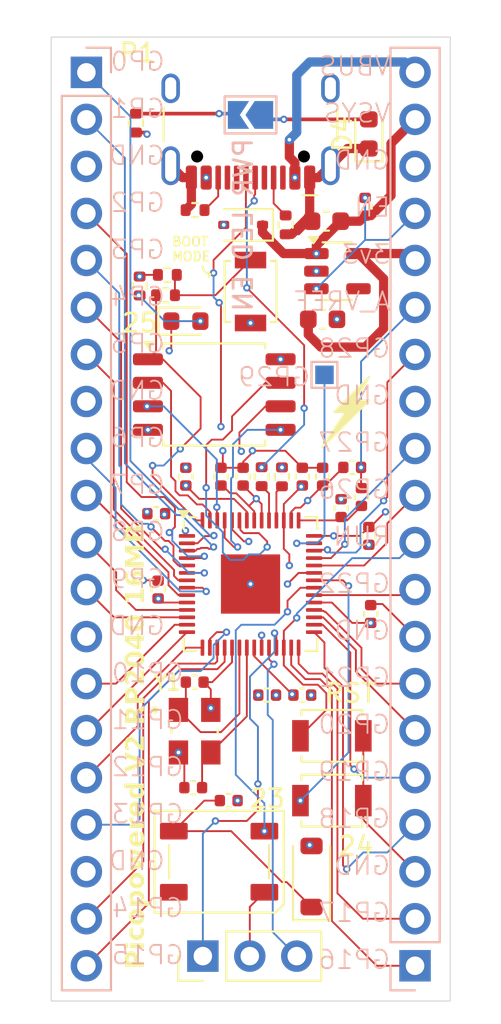
<source format=kicad_pcb>
(kicad_pcb (version 20241229) (generator "pcbnew") (generator_version "9.0")
  (layers (0 "F.Cu" signal) (4 "In1.Cu" signal) (6 "In2.Cu" signal) (2 "B.Cu" signal) (13 "F.Paste" user) (15 "B.Paste" user) (5 "F.SilkS" user "F.Silkscreen") (7 "B.SilkS" user "B.Silkscreen") (1 "F.Mask" user) (3 "B.Mask" user) (25 "Edge.Cuts" user))
  (net 0 "")
  (net 1 "Net-(U1-XIN)")
  (net 2 "GND")
  (net 3 "Net-(U1-XOUT)")
  (net 4 "+1V1")
  (net 5 "+3V3")
  (net 6 "Net-(D1-VDD)")
  (net 7 "VSYS")
  (net 8 "ADC_AVDD")
  (net 9 "GPIO23")
  (net 11 "Net-(D3-A)")
  (net 12 "GPIO25")
  (net 13 "Net-(D4-A)")
  (net 14 "VBUS")
  (net 15 "Net-(J1-Pin_3)")
  (net 16 "Net-(J1-Pin_1)")
  (net 17 "GPIO12")
  (net 18 "GPIO13")
  (net 19 "GPIO11")
  (net 20 "GPIO2")
  (net 21 "GPIO10")
  (net 22 "GPIO1")
  (net 23 "GPIO5")
  (net 24 "GPIO0")
  (net 25 "GPIO14")
  (net 26 "GPIO6")
  (net 27 "GPIO4")
  (net 28 "GPIO9")
  (net 29 "GPIO15")
  (net 30 "GPIO7")
  (net 31 "GPIO8")
  (net 32 "GPIO3")
  (net 33 "GPIO16")
  (net 34 "GPIO18")
  (net 35 "GPIO19")
  (net 36 "ADC_VREF")
  (net 37 "GPIO21")
  (net 38 "GPIO27")
  (net 39 "GPIO26")
  (net 40 "GPIO17")
  (net 41 "GPIO28")
  (net 42 "GPIO22")
  (net 43 "GPIO20")
  (net 44 "RUN")
  (net 45 "Net-(JP1-B)")
  (net 46 "Net-(P1-CC)")
  (net 47 "USB_D-")
  (net 48 "USB_D+")
  (net 49 "Net-(P1-VCONN)")
  (net 50 "Net-(U1-USB_DP)")
  (net 51 "Net-(U1-USB_DM)")
  (net 52 "QSPI_SS")
  (net 53 "Net-(R3-Pad1)")
  (net 54 "GPIO24")
  (net 55 "GPIO29")
  (net 56 "QSPI_SCLK")
  (net 57 "QSPI_SD2")
  (net 58 "QSPI_SD1")
  (net 59 "QSPI_SD3")
  (net 60 "QSPI_SD0")
  (net 61 "3v3_EN")
  (footprint "Package_SO:SOIC-8_5.3x5.3mm_P1.27mm" (layer "F.Cu") (at 78.0375 52.965)
    (property "Reference" "U2" (hide yes))
    (property "Value" "W25Q128JVS" (hide yes))
  )
  (footprint "Button_Switch_SMD:SW_SPST_B3U-1000P" (layer "F.Cu") (at 84.4 74.9)
    (property "Reference" "24")
    (property "Value" "USER_BUTTON" (hide yes))
  )
  (footprint "Resistor_SMD:R_0402_1005Metric" (layer "F.Cu") (at 75.5 46.5 180)
    (property "Reference" "R4" (hide yes))
    (property "Value" "10k" (hide yes))
  )
  (footprint "LED_SMD:LED_0603_1608Metric" (layer "F.Cu") (at 86.4 38.8875 90)
    (property "Reference" "D4")
    (property "Value" "LED")
  )
  (footprint "Package_DFN_QFN:QFN-56-1EP_7x7mm_P0.4mm_EP3.2x3.2mm" (layer "F.Cu") (at 80 63.2)
    (property "Reference" "Picopowered V2 RP2040 16MB" (hide yes))
    (property "Value" "RP2040" (hide yes))
  )
  (footprint "Button_Switch_SMD:SW_SPST_B3U-1000P" (layer "F.Cu") (at 80 47.4 90)
    (property "Reference" "BOOT" (hide yes))
    (property "Value" "BOOT_SELECT" (hide yes))
  )
  (footprint "Diode_SMD:D_SOD-323" (layer "F.Cu") (at 79.6 43.8 180)
    (property "Reference" "D5" (hide yes))
    (property "Value" "BAT60A")
  )
  (footprint "Package_TO_SOT_SMD:SOT-23-5" (layer "F.Cu") (at 84.7 46.3)
    (property "Reference" "U4" (hide yes))
    (property "Value" "AP2112K-3.3" (hide yes))
  )
  (footprint "Capacitor_SMD:C_0402_1005Metric" (layer "F.Cu") (at 86 58.5 -90)
    (property "Reference" "R9" (hide yes))
    (property "Value" "10")
  )
  (footprint "Capacitor_SMD:C_0603_1608Metric" (layer "F.Cu") (at 83.9 48.9 180)
    (property "Reference" "C15" (hide yes))
    (property "Value" "22u" (hide yes))
  )
  (footprint "Capacitor_SMD:C_0402_1005Metric" (layer "F.Cu") (at 75 63.5 90)
    (property "Reference" "C9" (hide yes))
    (property "Value" "100n")
  )
  (footprint "Capacitor_SMD:C_0402_1005Metric" (layer "F.Cu") (at 82.8 57.4 90)
    (property "Reference" "C3" (hide yes))
    (property "Value" "100n" (hide yes))
  )
  (footprint "Resistor_SMD:R_0402_1005Metric" (layer "F.Cu") (at 73.8 38.3 -90)
    (property "Reference" "R8" (hide yes))
    (property "Value" "330" (hide yes))
  )
  (footprint "Capacitor_SMD:C_0402_1005Metric" (layer "F.Cu") (at 76.98 68.5 180)
    (property "Reference" "C1" (hide yes))
    (property "Value" "15p" (hide yes))
  )
  (footprint "Capacitor_SMD:C_0402_1005Metric" (layer "F.Cu") (at 76.9 74.2)
    (property "Reference" "C2" (hide yes))
    (property "Value" "15p" (hide yes))
  )
  (footprint "Connector_USB:USB_C_Receptacle_HCTL_HC-TYPE-C-16P-01A" (layer "F.Cu") (at 80 37.5 180)
    (property "Reference" "P1")
    (property "Value" "USB_C_Plug_USB2.0")
  )
  (footprint "LED_SMD:LED_0603_1608Metric" (layer "F.Cu") (at 76.5 49)
    (property "Reference" "25")
    (property "Value" "LED")
  )
  (footprint "Resistor_SMD:R_0402_1005Metric" (layer "F.Cu") (at 74 47.1 90)
    (property "Reference" "R7" (hide yes))
    (property "Value" "330")
  )
  (footprint "Capacitor_SMD:C_0402_1005Metric" (layer "F.Cu") (at 86.4 60.6 -90)
    (property "Reference" "C10" (hide yes))
    (property "Value" "100n")
  )
  (footprint "Capacitor_SMD:C_0402_1005Metric" (layer "F.Cu") (at 85.5 56.9)
    (property "Reference" "R10" (hide yes))
    (property "Value" "200")
  )
  (footprint "Capacitor_SMD:C_0402_1005Metric" (layer "F.Cu") (at 84.9 59.1 90)
    (property "Reference" "C16" (hide yes))
    (property "Value" "2.2u")
  )
  (footprint "Resistor_SMD:R_0402_1005Metric" (layer "F.Cu") (at 81.7 57.41 -90)
    (property "Reference" "R2" (hide yes))
    (property "Value" "27" (hide yes))
  )
  (footprint "Capacitor_SMD:C_0402_1005Metric" (layer "F.Cu") (at 78.4 57.4 90)
    (property "Reference" "C6" (hide yes))
    (property "Value" "100n" (hide yes))
  )
  (footprint "kicad-lib:XTAL_ABM8-272-T3" (layer "F.Cu") (at 76.975 71.15)
    (property "Reference" "Y1")
    (property "Value" "ABM8-272-T3" (hide yes))
  )
  (footprint "Capacitor_SMD:C_0402_1005Metric" (layer "F.Cu") (at 78.82 74.9)
    (property "Reference" "C13" (hide yes))
    (property "Value" "100n")
  )
  (footprint "Capacitor_SMD:C_0402_1005Metric" (layer "F.Cu") (at 76.5 57.4 90)
    (property "Reference" "C12" (hide yes))
    (property "Value" "2.2u")
  )
  (footprint "Capacitor_SMD:C_0402_1005Metric" (layer "F.Cu") (at 74.9 59.4 180)
    (property "Reference" "C7" (hide yes))
    (property "Value" "100n" (hide yes))
  )
  (footprint "Resistor_SMD:R_0402_1005Metric" (layer "F.Cu") (at 75.4 47.6 180)
    (property "Reference" "R3" (hide yes))
    (property "Value" "1k")
  )
  (footprint "Button_Switch_SMD:SW_SPST_B3U-1000P" (layer "F.Cu") (at 84.4 71.4)
    (property "Reference" "RST")
    (property "Value" "Keyswitch" (hide yes))
  )
  (footprint "Capacitor_SMD:C_0603_1608Metric" (layer "F.Cu") (at 84.1 43.6)
    (property "Reference" "C14" (hide yes))
    (property "Value" "10u" (hide yes))
  )
  (footprint "Diode_SMD:D_SOD-123" (layer "F.Cu") (at 83.3 79 90)
    (property "Reference" "D2" (hide yes))
    (property "Value" "1N4148" (hide yes))
  )
  (footprint "Capacitor_SMD:C_0402_1005Metric" (layer "F.Cu") (at 79.6 57.4 90)
    (property "Reference" "C5" (hide yes))
    (property "Value" "100n" (hide yes))
  )
  (footprint "Capacitor_SMD:C_0402_1005Metric" (layer "F.Cu") (at 82.8 69.2)
    (property "Reference" "C8" (hide yes))
    (property "Value" "100n")
  )
  (footprint "Resistor_SMD:R_0402_1005Metric" (layer "F.Cu") (at 77 43 180)
    (property "Reference" "R6" (hide yes))
    (property "Value" "5.1k")
  )
  (footprint "Capacitor_SMD:C_0402_1005Metric" (layer "F.Cu") (at 86.5 64.82 90)
    (property "Reference" "C10" (hide yes))
    (property "Value" "100n")
  )
  (footprint "Resistor_SMD:R_0402_1005Metric" (layer "F.Cu") (at 81.9 43.8 -90)
    (property "Reference" "R5" (hide yes))
    (property "Value" "5.1k")
  )
  (footprint "Resistor_SMD:R_0402_1005Metric" (layer "F.Cu") (at 80.6 57.4 -90)
    (property "Reference" "R1" (hide yes))
    (property "Value" "27" (hide yes))
  )
  (footprint "Connector_PinHeader_2.54mm:PinHeader_1x03_P2.54mm_Vertical" (layer "F.Cu") (at 77.42 83.3 90)
    (property "Reference" "J1" (hide yes))
    (property "Value" "Conn_01x03" (hide yes))
  )
  (footprint "LED_SMD:LED_WS2812B_PLCC4_5.0x5.0mm_P3.2mm" (layer "F.Cu") (at 78.3 78.2)
    (property "Reference" "D1" (hide yes))
    (property "Value" "WS2812B" (hide yes))
  )
  (footprint "Capacitor_SMD:C_0402_1005Metric" (layer "F.Cu") (at 80.9 69.2)
    (property "Reference" "C4" (hide yes))
    (property "Value" "100n" (hide yes))
  )
  (footprint "Capacitor_SMD:C_0402_1005Metric" (layer "F.Cu") (at 86.2 42.82 -90)
    (property "Reference" "R11" (hide yes))
    (property "Value" "100K" (hide yes))
  )
  (footprint "Capacitor_SMD:C_0402_1005Metric" (layer "F.Cu") (at 83.9 57.4 90)
    (property "Reference" "C11" (hide yes))
    (property "Value" "2.2u")
  )
  (footprint "Connector_PinHeader_2.54mm:PinHeader_1x20_P2.54mm_Vertical" (layer "B.Cu") (at 71.12 35.56 180)
    (property "Reference" "J2" (hide yes))
    (property "Value" "Conn_01x20")
  )
  (footprint "Jumper:SolderJumper-2_P1.3mm_Open_TrianglePad1.0x1.5mm" (layer "B.Cu") (at 80 37.86 180)
    (property "Reference" "PWR LED EN")
    (property "Value" "SolderJumper_2_Open")
  )
  (footprint "Connector_PinHeader_2.54mm:PinHeader_1x20_P2.54mm_Vertical" (layer "B.Cu") (at 88.9 83.82)
    (property "Reference" "J3" (hide yes))
    (property "Value" "Conn_01x20")
  )
  (footprint "TestPoint:TestPoint_Pad_1.0x1.0mm" (layer "B.Cu") (at 84 51.9 180)
    (property "Reference" "TP1" (hide yes))
    (property "Value" "GP29")
  )
  (gr_line (start 77.84059 46.467591) (end 77.71359 46.340591) (stroke (width 0.1)) (layer "F.SilkS"))
  (gr_poly (pts (xy 84.5155 53.9145) (xy 85.1505 53.9145) (xy 83.8805 55.8195) (xy 86.4205 53.2795) (xy 85.6585 53.2795) (xy 86.4205 52.0095)) (stroke (width 0.1)) (fill yes) (layer "F.SilkS"))
  (gr_arc (start 77.745321 46.467591) (mid 77.5 46.3) (end 77.405464 46.01834) (stroke (width 0.1)) (layer "F.SilkS"))
  (gr_line (start 77.745321 46.594591) (end 77.84059 46.467591) (stroke (width 0.1)) (layer "F.SilkS"))
  (gr_rect (start 69.215 33.655) (end 90.805 85.725) (stroke (width 0.05)) (fill no) (layer "Edge.Cuts"))
  (gr_text "23\n" (at 80.9 74.8 0) (layer "F.SilkS") (effects (font (size 1 1))))
  (gr_text "BOOT\nMODE" (at 75.7 45.8 0) (layer "F.SilkS") (effects (font (size 0.5 0.5) (thickness 0.1)) (justify left bottom)))
  (gr_text "Picopowered V2 RP2040 16MB\n" (at 74.4 84 90) (layer "F.SilkS") (effects (font (size 1 1) (thickness 0.25) (bold yes)) (justify left bottom)))
  (gr_text "GP9" (at 75.438 63.5 0) (layer "B.SilkS") (effects (font (size 1 1) (thickness 0.1)) (justify left bottom mirror)))
  (gr_text "GP27" (at 87.63 56.134 0) (layer "B.SilkS") (effects (font (size 1 1) (thickness 0.1)) (justify left bottom mirror)))
  (gr_text "A_VREF" (at 87.63 48.514 0) (layer "B.SilkS") (effects (font (size 1 1) (thickness 0.1)) (justify left bottom mirror)))
  (gr_text "GP2" (at 75.438 43.18 0) (layer "B.SilkS") (effects (font (size 1 1) (thickness 0.1)) (justify left bottom mirror)))
  (gr_text "GND" (at 75.438 53.34 0) (layer "B.SilkS") (effects (font (size 1 1) (thickness 0.1)) (justify left bottom mirror)))
  (gr_text "GND" (at 87.63 53.594 0) (layer "B.SilkS") (effects (font (size 1 1) (thickness 0.1)) (justify left bottom mirror)))
  (gr_text "GP12" (at 76.454 73.66 0) (layer "B.SilkS") (effects (font (size 1 1) (thickness 0.1)) (justify left bottom mirror)))
  (gr_text "GP28" (at 87.63 51.054 0) (layer "B.SilkS") (effects (font (size 1 1) (thickness 0.1)) (justify left bottom mirror)))
  (gr_text "VSYS" (at 87.63 38.354 0) (layer "B.SilkS") (effects (font (size 1 1) (thickness 0.1)) (justify left bottom mirror)))
  (gr_text "GP5" (at 75.438 50.8 0) (layer "B.SilkS") (effects (font (size 1 1) (thickness 0.1)) (justify left bottom mirror)))
  (gr_text "EN" (at 87.63 43.434 0) (layer "B.SilkS") (effects (font (size 1 1) (thickness 0.1)) (justify left bottom mirror)))
  (gr_text "GP29" (at 83.3 52.6 0) (layer "B.SilkS") (effects (font (size 1 1) (thickness 0.1)) (justify left bottom mirror)))
  (gr_text "GP15" (at 76.454 83.82 0) (layer "B.SilkS") (effects (font (size 1 1) (thickness 0.1)) (justify left bottom mirror)))
  (gr_text "GP16" (at 87.63 84.074 0) (layer "B.SilkS") (effects (font (size 1 1) (thickness 0.1)) (justify left bottom mirror)))
  (gr_text "GP8" (at 75.438 60.96 0) (layer "B.SilkS") (effects (font (size 1 1) (thickness 0.1)) (justify left bottom mirror)))
  (gr_text "3v3" (at 87.63 45.974 0) (layer "B.SilkS") (effects (font (size 1 1) (thickness 0.1)) (justify left bottom mirror)))
  (gr_text "GP6" (at 75.438 55.88 0) (layer "B.SilkS") (effects (font (size 1 1) (thickness 0.1)) (justify left bottom mirror)))
  (gr_text "GP1" (at 75.438 38.1 0) (layer "B.SilkS") (effects (font (size 1 1) (thickness 0.1)) (justify left bottom mirror)))
  (gr_text "GP21" (at 87.63 68.834 0) (layer "B.SilkS") (effects (font (size 1 1) (thickness 0.1)) (justify left bottom mirror)))
  (gr_text "GP0" (at 75.438 35.56 0) (layer "B.SilkS") (effects (font (size 1 1) (thickness 0.1)) (justify left bottom mirror)))
  (gr_text "GND" (at 75.438 66.04 0) (layer "B.SilkS") (effects (font (size 1 1) (thickness 0.1)) (justify left bottom mirror)))
  (gr_text "GP14" (at 76.454 81.28 0) (layer "B.SilkS") (effects (font (size 1 1) (thickness 0.1)) (justify left bottom mirror)))
  (gr_text "GP26" (at 87.63 58.674 0) (layer "B.SilkS") (effects (font (size 1 1) (thickness 0.1)) (justify left bottom mirror)))
  (gr_text "GP19" (at 87.63 73.914 0) (layer "B.SilkS") (effects (font (size 1 1) (thickness 0.1)) (justify left bottom mirror)))
  (gr_text "GND" (at 75.438 78.74 0) (layer "B.SilkS") (effects (font (size 1 1) (thickness 0.1)) (justify left bottom mirror)))
  (gr_text "RUN" (at 87.63 61.214 0) (layer "B.SilkS") (effects (font (size 1 1) (thickness 0.1)) (justify left bottom mirror)))
  (gr_text "VBUS" (at 87.63 35.814 0) (layer "B.SilkS") (effects (font (size 1 1) (thickness 0.1)) (justify left bottom mirror)))
  (gr_text "GP3" (at 75.438 45.72 0) (layer "B.SilkS") (effects (font (size 1 1) (thickness 0.1)) (justify left bottom mirror)))
  (gr_text "GND" (at 75.438 40.64 0) (layer "B.SilkS") (effects (font (size 1 1) (thickness 0.1)) (justify left bottom mirror)))
  (gr_text "GP20" (at 87.63 71.374 0) (layer "B.SilkS") (effects (font (size 1 1) (thickness 0.1)) (justify left bottom mirror)))
  (gr_text "GP22" (at 87.63 63.754 0) (layer "B.SilkS") (effects (font (size 1 1) (thickness 0.1)) (justify left bottom mirror)))
  (gr_text "GP17" (at 87.63 81.534 0) (layer "B.SilkS") (effects (font (size 1 1) (thickness 0.1)) (justify left bottom mirror)))
  (gr_text "GP10" (at 76.454 68.58 0) (layer "B.SilkS") (effects (font (size 1 1) (thickness 0.1)) (justify left bottom mirror)))
  (gr_text "GND" (at 87.63 78.994 0) (layer "B.SilkS") (effects (font (size 1 1) (thickness 0.1)) (justify left bottom mirror)))
  (gr_text "GP7" (at 75.438 58.42 0) (layer "B.SilkS") (effects (font (size 1 1) (thickness 0.1)) (justify left bottom mirror)))
  (gr_text "GND" (at 87.63 40.894 0) (layer "B.SilkS") (effects (font (size 1 1) (thickness 0.1)) (justify left bottom mirror)))
  (gr_text "GP13\n" (at 76.454 76.2 0) (layer "B.SilkS") (effects (font (size 1 1) (thickness 0.1)) (justify left bottom mirror)))
  (gr_text "GND" (at 87.63 66.294 0) (layer "B.SilkS") (effects (font (size 1 1) (thickness 0.1)) (justify left bottom mirror)))
  (gr_text "GP4" (at 75.438 48.26 0) (layer "B.SilkS") (effects (font (size 1 1) (thickness 0.1)) (justify left bottom mirror)))
  (gr_text "GP11" (at 76.454 71.12 0) (layer "B.SilkS") (effects (font (size 1 1) (thickness 0.1)) (justify left bottom mirror)))
  (gr_text "GP18\n" (at 87.63 76.454 0) (layer "B.SilkS") (effects (font (size 1 1) (thickness 0.1)) (justify left bottom mirror)))
  (segment (start 76.5 68.5) (end 76.5 69.6) (width 0.1) (layer "F.Cu") (net 1))
  (segment (start 77.3 71.2) (end 76.1 70) (width 0.1) (layer "F.Cu") (net 1))
  (segment (start 79.4 66.6375) (end 79.4 70.2) (width 0.1) (layer "F.Cu") (net 1))
  (segment (start 76.5 69.6) (end 76.1 70) (width 0.1) (layer "F.Cu") (net 1))
  (segment (start 79.4 70.2) (end 78.4 71.2) (width 0.1) (layer "F.Cu") (net 1))
  (segment (start 78.4 71.2) (end 77.3 71.2) (width 0.1) (layer "F.Cu") (net 1))
  (segment (start 78.4 56.92) (end 79.6 56.92) (width 0.1) (layer "F.Cu") (net 2))
  (segment (start 78.5 56) (end 78.5 56.82) (width 0.1) (layer "F.Cu") (net 2))
  (segment (start 77.925678 68.5) (end 77.46 68.5) (width 0.1) (layer "F.Cu") (net 2))
  (segment (start 77.85 69.9) (end 77.85 68.89) (width 0.1) (layer "F.Cu") (net 2))
  (segment (start 76.42 74.2) (end 76.42 72.62) (width 0.1) (layer "F.Cu") (net 2))
  (segment (start 76.32 41.245) (end 75.68 40.605) (width 0.5) (layer "F.Cu") (net 2))
  (segment (start 79.6 56.6) (end 79.6 56.92) (width 0.1) (layer "F.Cu") (net 2))
  (segment (start 83.2 41.245) (end 83.68 41.245) (width 0.5) (layer "F.Cu") (net 2))
  (segment (start 86.4 39.675) (end 85.25 39.675) (width 0.5) (layer "F.Cu") (net 2))
  (segment (start 80.75 79.85) (end 79.96 80.64) (width 0.1) (layer "F.Cu") (net 2))
  (segment (start 76.8 42.69) (end 76.49 43) (width 0.5) (layer "F.Cu") (net 2))
  (segment (start 83.2 43.329999) (end 82.219999 44.31) (width 0.5) (layer "F.Cu") (net 2))
  (segment (start 86.1 75.94) (end 88.9 78.74) (width 0.1) (layer "F.Cu") (net 2))
  (segment (start 86.1 71.4) (end 86.1 74.9) (width 0.1) (layer "F.Cu") (net 2))
  (segment (start 87.14 64.28) (end 88.9 66.04) (width 0.1) (layer "F.Cu") (net 2))
  (segment (start 86.6 64.28) (end 87.14 64.28) (width 0.1) (layer "F.Cu") (net 2))
  (segment (start 82.615 44.31) (end 83.325 43.6) (width 0.1) (layer "F.Cu") (net 2))
  (segment (start 74.98 63) (end 75 63.02) (width 0.1) (layer "F.Cu") (net 2))
  (segment (start 83.68 41.245) (end 84.32 40.605) (width 0.5) (layer "F.Cu") (net 2))
  (segment (start 83.2 42.9) (end 83.2 43.475) (width 0.5) (layer "F.Cu") (net 2))
  (segment (start 81.9 44.31) (end 82.615 44.31) (width 0.1) (layer "F.Cu") (net 2))
  (segment (start 80.1 56) (end 80.1 56.1) (width 0.1) (layer "F.Cu") (net 2))
  (segment (start 78.5 56.82) (end 78.4 56.92) (width 0.1) (layer "F.Cu") (net 2))
  (segment (start 82.8 56.92) (end 81.88 56) (width 0.1) (layer "F.Cu") (net 2))
  (segment (start 79 67.425678) (end 77.925678 68.5) (width 0.1) (layer "F.Cu") (net 2))
  (segment (start 79 66.6375) (end 79 67.425678) (width 0.1) (layer "F.Cu") (net 2))
  (segment (start 76.8 41.245) (end 76.8 42.69) (width 0.5) (layer "F.Cu") (net 2))
  (segment (start 79.96 80.64) (end 79.96 83.3) (width 0.1) (layer "F.Cu") (net 2))
  (segment (start 85.25 39.675) (end 84.32 40.605) (width 0.5) (layer "F.Cu") (net 2))
  (segment (start 81.88 56) (end 80.1 56) (width 0.1) (layer "F.Cu") (net 2))
  (segment (start 76.8 41.245) (end 76.32 41.245) (width 0.5) (layer "F.Cu") (net 2))
  (segment (start 74.2 63) (end 74.98 63) (width 0.1) (layer "F.Cu") (net 2))
  (segment (start 76.42 72.62) (end 76.1 72.3) (width 0.1) (layer "F.Cu") (net 2))
  (segment (start 77.85 70) (end 77.85 69.9) (width 0.1) (layer "F.Cu") (net 2))
  (segment (start 82.8 56.92) (end 83.9 56.92) (width 0.1) (layer "F.Cu") (net 2))
  (segment (start 83.2 42.9) (end 83.2 43.329999) (width 0.5) (layer "F.Cu") (net 2))
  (segment (start 80.1 56.1) (end 79.6 56.6) (width 0.1) (layer "F.Cu") (net 2))
  (segment (start 82.219999 44.31) (end 81.9 44.31) (width 0.5) (layer "F.Cu") (net 2))
  (segment (start 77.85 68.89) (end 77.46 68.5) (width 0.1) (layer "F.Cu") (net 2))
  (segment (start 83.2 43.475) (end 83.325 43.6) (width 0.5) (layer "F.Cu") (net 2))
  (segment (start 86.1 74.9) (end 86.1 75.94) (width 0.1) (layer "F.Cu") (net 2))
  (segment (start 83.2 41.245) (end 83.2 42.9) (width 0.5) (layer "F.Cu") (net 2))
  (via (at 77.85 69.9) (size 0.4) (drill 0.2) (layers "F.Cu" "B.Cu") (net 2))
  (via (at 80 49.1) (size 0.4) (drill 0.2) (layers "F.Cu" "B.Cu") (net 2))
  (via (at 80 63.2) (size 0.4) (drill 0.2) (layers "F.Cu" "B.Cu") (net 2))
  (via (at 80.1 56) (size 0.4) (drill 0.2) (layers "F.Cu" "B.Cu") (net 2))
  (via (at 86.4 61.08) (size 0.4) (drill 0.2) (layers "F.Cu" "B.Cu") (net 2))
  (via (at 84.9 58.62) (size 0.4) (drill 0.2) (layers "F.Cu" "B.Cu") (net 2))
  (via (at 74.2 63) (size 0.4) (drill 0.2) (layers "F.Cu" "B.Cu") (net 2))
  (via (at 74.4 59.3) (size 0.4) (drill 0.2) (layers "F.Cu" "B.Cu") (net 2))
  (via (at 83.28 69.2) (size 0.4) (drill 0.2) (layers "F.Cu" "B.Cu") (net 2))
  (via (at 83.5625 46.3) (size 0.4) (drill 0.2) (layers "F.Cu" "B.Cu") (net 2))
  (via (at 81.38 69.2) (size 0.4) (drill 0.2) (layers "F.Cu" "B.Cu") (net 2))
  (via (at 76.1 72.3) (size 0.4) (drill 0.2) (layers "F.Cu" "B.Cu") (net 2))
  (via (at 84.675 48.9) (size 0.4) (drill 0.2) (layers "F.Cu" "B.Cu") (net 2))
  (via (at 76.5 56.9) (size 0.4) (drill 0.2) (layers "F.Cu" "B.Cu") (net 2))
  (via (at 78.5 56) (size 0.4) (drill 0.2) (layers "F.Cu" "B.Cu") (net 2))
  (via (at 74.45 54.87) (size 0.4) (drill 0.2) (layers "F.Cu" "B.Cu") (net 2))
  (via (at 79.3 74.9) (size 0.4) (drill 0.2) (layers "F.Cu" "B.Cu") (net 2))
  (segment (start 77.38 72.77) (end 77.85 72.3) (width 0.1) (layer "F.Cu") (net 3))
  (segment (start 77.38 74.2) (end 77.38 72.77) (width 0.1) (layer "F.Cu") (net 3))
  (segment (start 79.8 70.35) (end 77.85 72.3) (width 0.1) (layer "F.Cu") (net 3))
  (segment (start 79.8 66.6375) (end 79.8 70.35) (width 0.1) (layer "F.Cu") (net 3))
  (segment (start 81.8 59.7625) (end 81.8 61.298) (width 0.1) (layer "F.Cu") (net 4))
  (segment (start 81.8 58.88) (end 81.8 59.7625) (width 0.1) (layer "F.Cu") (net 4))
  (segment (start 82.74 57.94) (end 81.8 58.88) (width 0.1) (layer "F.Cu") (net 4))
  (segment (start 81.8 61.298) (end 82.1 61.598) (width 0.1) (layer "F.Cu") (net 4))
  (segment (start 76.5 57.88) (end 77.22 58.6) (width 0.1) (layer "F.Cu") (net 4))
  (segment (start 79.102064 58.6) (end 79.8 59.297936) (width 0.1) (layer "F.Cu") (net 4))
  (segment (start 82.8 57.88) (end 82.74 57.94) (width 0.1) (layer "F.Cu") (net 4))
  (segment (start 82.1 61.598) (end 82.1 62.2) (width 0.1) (layer "F.Cu") (net 4))
  (segment (start 80.599999 65.966093) (end 80.6 66.6375) (width 0.1) (layer "F.Cu") (net 4))
  (segment (start 77.22 58.6) (end 79.102064 58.6) (width 0.1) (layer "F.Cu") (net 4))
  (segment (start 79.8 59.297936) (end 79.8 59.7625) (width 0.1) (layer "F.Cu") (net 4))
  (via (at 80.599999 65.966093) (size 0.4) (drill 0.2) (layers "F.Cu" "B.Cu") (net 4))
  (via (at 82.1 62.2) (size 0.4) (drill 0.2) (layers "F.Cu" "B.Cu") (net 4))
  (via (at 82.74 57.94) (size 0.4) (drill 0.2) (layers "F.Cu" "B.Cu") (net 4))
  (via (at 76.5 57.88) (size 0.4) (drill 0.2) (layers "F.Cu" "B.Cu") (net 4))
  (via (at 80.42 69.2) (size 0.4) (drill 0.2) (layers "F.Cu" "B.Cu") (net 4))
  (segment (start 78.4 57.88) (end 78.481 57.88) (width 0.1) (layer "F.Cu") (net 5))
  (segment (start 80.2 59.272258) (end 80.2 59.7625) (width 0.1) (layer "F.Cu") (net 5))
  (segment (start 75.01 63.99) (end 75.22 64.2) (width 0.1) (layer "F.Cu") (net 5))
  (segment (start 82.248968 69.151032) (end 82.297936 69.2) (width 0.1) (layer "F.Cu") (net 5))
  (segment (start 78.481 57.88) (end 78.9 58.299) (width 0.1) (layer "F.Cu") (net 5))
  (segment (start 84.04 57.88) (end 83.9 57.88) (width 0.1) (layer "F.Cu") (net 5))
  (segment (start 73.8 38.81) (end 74.31 38.81) (width 0.2) (layer "F.Cu") (net 5))
  (segment (start 87.2 46.7125) (end 87.2 49.4) (width 0.5) (layer "F.Cu") (net 5))
  (segment (start 76.481801 60.519301) (end 76.5625 60.6) (width 0.1) (layer "F.Cu") (net 5))
  (segment (start 82.706 59.074) (end 82.423936 59.074) (width 0.1) (layer "F.Cu") (net 5))
  (segment (start 86.4 60.12) (end 86.48 60.12) (width 0.1) (layer "F.Cu") (net 5))
  (segment (start 84.5 60.6) (end 85.92 60.6) (width 0.1) (layer "F.Cu") (net 5))
  (segment (start 82.297936 69.2) (end 82.32 69.2) (width 0.1) (layer "F.Cu") (net 5))
  (segment (start 80.31 58.59) (end 80.6 58.88) (width 0.1) (layer "F.Cu") (net 5))
  (segment (start 85.5 65.3) (end 84.4 64.2) (width 0.1) (layer "F.Cu") (net 5))
  (segment (start 80.2 66.6375) (end 80.2 67.102064) (width 0.1) (layer "F.Cu") (net 5))
  (segment (start 82.2 59.297936) (end 82.2 59.7625) (width 0.1) (layer "F.Cu") (net 5))
  (segment (start 85.8375 45.35) (end 88.53 45.35) (width 0.5) (layer "F.Cu") (net 5))
  (segment (start 85.92 60.6) (end 86.4 60.12) (width 0.1) (layer "F.Cu") (net 5))
  (segment (start 86.48 60.12) (end 87.3 59.3) (width 0.1) (layer "F.Cu") (net 5))
  (segment (start 74.09 46.5) (end 74 46.59) (width 0.1) (layer "F.Cu") (net 5))
  (segment (start 78.9 58.299) (end 79.226742 58.299) (width 0.1) (layer "F.Cu") (net 5))
  (segment (start 84.4 64.2) (end 83.4375 64.2) (width 0.1) (layer "F.Cu") (net 5))
  (segment (start 79.913871 58.986129) (end 80.2 59.272258) (width 0.1) (layer "F.Cu") (net 5))
  (segment (start 83.4375 60.6) (end 84.5 60.6) (width 0.1) (layer "F.Cu") (net 5))
  (segment (start 87.2 49.4) (end 86.2 50.4) (width 0.5) (layer "F.Cu") (net 5))
  (segment (start 88.53 45.35) (end 88.9 45.72) (width 0.5) (layer "F.Cu") (net 5))
  (segment (start 74.99 46.5) (end 74.09 46.5) (width 0.1) (layer "F.Cu") (net 5))
  (segment (start 79.226742 58.299) (end 79.913871 58.986129) (width 0.1) (layer "F.Cu") (net 5))
  (segment (start 85.02 56.9) (end 84.04 57.88) (width 0.1) (layer "F.Cu") (net 5))
  (segment (start 80.2 67.102064) (end 82.248968 69.151032) (width 0.1) (layer "F.Cu") (net 5))
  (segment (start 86.5 65.3) (end 85.5 65.3) (width 0.1) (layer "F.Cu") (net 5))
  (segment (start 80.6 58.88) (end 80.6 59.7625) (width 0.1) (layer "F.Cu") (net 5))
  (segment (start 75 63.98) (end 75.01 63.99) (width 0.1) (layer "F.Cu") (net 5))
  (segment (start 82.423936 59.074) (end 82.2 59.297936) (width 0.1) (layer "F.Cu") (net 5))
  (segment (start 79.913871 58.986129) (end 80.31 58.59) (width 0.1) (layer "F.Cu") (net 5))
  (segment (start 75.22 64.2) (end 76.5625 64.2) (width 0.1) (layer "F.Cu") (net 5))
  (segment (start 83.125 49.725) (end 83.125 48.9) (width 0.5) (layer "F.Cu") (net 5))
  (segment (start 83.9 57.88) (end 83.09 58.69) (width 0.1) (layer "F.Cu") (net 5))
  (segment (start 76.481801 60.318199) (end 76.481801 60.519301) (width 0.1) (layer "F.Cu") (net 5))
  (segment (start 86.2 50.4) (end 83.8 50.4) (width 0.5) (layer "F.Cu") (net 5))
  (segment (start 85.8375 45.35) (end 87.2 46.7125) (width 0.5) (layer "F.Cu") (net 5))
  (segment (start 74.31 38.81) (end 74.4 38.9) (width 0.2) (layer "F.Cu") (net 5))
  (segment (start 79.6 57.88) (end 80.31 58.59) (width 0.1) (layer "F.Cu") (net 5))
  (segment (start 83.09 58.69) (end 82.706 59.074) (width 0.1) (layer "F.Cu") (net 5))
  (segment (start 83.8 50.4) (end 83.125 49.725) (width 0.5) (layer "F.Cu") (net 5))
  (via (at 86.5 65.3) (size 0.4) (drill 0.2) (layers "F.Cu" "B.Cu") (net 5))
  (via (at 84.5 60.6) (size 0.4) (drill 0.2) (layers "F.Cu" "B.Cu") (net 5))
  (via (at 82.248968 69.151032) (size 0.4) (drill 0.2) (layers "F.Cu" "B.Cu") (net 5))
  (via (at 74.4 38.9) (size 0.4) (drill 0.2) (layers "F.Cu" "B.Cu") (net 5))
  (via (at 87.3 59.3) (size 0.4) (drill 0.2) (layers "F.Cu" "B.Cu") (net 5))
  (via (at 76.481801 60.318199) (size 0.4) (drill 0.2) (layers "F.Cu" "B.Cu") (net 5))
  (via (at 81.625 51.06) (size 0.4) (drill 0.2) (layers "F.Cu" "B.Cu") (net 5))
  (via (at 83.09 58.69) (size 0.4) (drill 0.2) (layers "F.Cu" "B.Cu") (net 5))
  (via (at 75.33464 59.44536) (size 0.4) (drill 0.2) (layers "F.Cu" "B.Cu") (net 5))
  (via (at 75.01 63.99) (size 0.4) (drill 0.2) (layers "F.Cu" "B.Cu") (net 5))
  (via (at 80.31 58.59) (size 0.4) (drill 0.2) (layers "F.Cu" "B.Cu") (net 5))
  (via (at 74 46.59) (size 0.4) (drill 0.2) (layers "F.Cu" "B.Cu") (net 5))
  (segment (start 77.5 74.9) (end 75.85 76.55) (width 0.1) (layer "F.Cu") (net 6))
  (segment (start 78.34 74.9) (end 77.5 74.9) (width 0.1) (layer "F.Cu") (net 6))
  (segment (start 81.70474 79.3) (end 81.95 79.3) (width 0.1) (layer "F.Cu") (net 6))
  (segment (start 78.95474 76.55) (end 81.70474 79.3) (width 0.1) (layer "F.Cu") (net 6))
  (segment (start 75.85 76.55) (end 78.95474 76.55) (width 0.1) (layer "F.Cu") (net 6))
  (segment (start 81.95 79.3) (end 83.3 80.65) (width 0.1) (layer "F.Cu") (net 6))
  (segment (start 86.2 43.3) (end 86.509999 43.3) (width 0.5) (layer "F.Cu") (net 7))
  (segment (start 83.25 77.35) (end 83.2 77.3) (width 0.1) (layer "F.Cu") (net 7))
  (segment (start 83.3 77.35) (end 83.25 77.35) (width 0.1) (layer "F.Cu") (net 7))
  (segment (start 87.599 42.210999) (end 87.599 39.401) (width 0.5) (layer "F.Cu") (net 7))
  (segment (start 83.5625 45.35) (end 83.5625 44.9125) (width 0.5) (layer "F.Cu") (net 7))
  (segment (start 87.599 39.401) (end 88.9 38.1) (width 0.5) (layer "F.Cu") (net 7))
  (segment (start 83.5625 44.9125) (end 84.875 43.6) (width 0.5) (layer "F.Cu") (net 7))
  (segment (start 85.9 43.6) (end 86.2 43.3) (width 0.5) (layer "F.Cu") (net 7))
  (segment (start 84.875 43.6) (end 85.9 43.6) (width 0.5) (layer "F.Cu") (net 7))
  (segment (start 81.787528 45.35) (end 83.5625 45.35) (width 0.5) (layer "F.Cu") (net 7))
  (segment (start 80.65 43.8) (end 80.65 44.212472) (width 0.5) (layer "F.Cu") (net 7))
  (segment (start 80.65 44.212472) (end 81.787528 45.35) (width 0.5) (layer "F.Cu") (net 7))
  (segment (start 86.509999 43.3) (end 87.599 42.210999) (width 0.5) (layer "F.Cu") (net 7))
  (via (at 83.2 77.3) (size 0.4) (drill 0.2) (layers "F.Cu" "B.Cu") (net 7))
  (via (at 83.5625 45.35) (size 0.4) (drill 0.2) (layers "F.Cu" "B.Cu") (net 7))
  (segment (start 86 58.98) (end 85.2175 59.7625) (width 0.1) (layer "F.Cu") (net 8))
  (segment (start 85.2175 59.7625) (end 82.6 59.7625) (width 0.1) (layer "F.Cu") (net 8))
  (segment (start 82 64.1) (end 82 64.7) (width 0.1) (layer "F.Cu") (net 9))
  (segment (start 82.7 63.4) (end 82 64.1) (width 0.1) (layer "F.Cu") (net 9))
  (segment (start 83.4375 63.4) (end 82.7 63.4) (width 0.1) (layer "F.Cu") (net 9))
  (via (at 80.75 76.55) (size 0.4) (drill 0.2) (layers "F.Cu" "B.Cu") (net 9))
  (via (at 82 64.7) (size 0.4) (drill 0.2) (layers "F.Cu" "B.Cu") (net 9))
  (segment (start 79.5 65.4) (end 79.2 65.7) (width 0.1) (layer "B.Cu") (net 9))
  (segment (start 79.2 65.7) (end 79.2 73.5) (width 0.1) (layer "B.Cu") (net 9))
  (segment (start 81.3 65.4) (end 79.5 65.4) (width 0.1) (layer "B.Cu") (net 9))
  (segment (start 82 64.7) (end 81.3 65.4) (width 0.1) (layer "B.Cu") (net 9))
  (segment (start 80.75 75.05) (end 80.75 76.55) (width 0.1) (layer "B.Cu") (net 9))
  (segment (start 79.2 73.5) (end 80.75 75.05) (width 0.1) (layer "B.Cu") (net 9))
  (segment (start 74 47.61) (end 73.962 47.61) (width 0.1) (layer "F.Cu") (net 11))
  (segment (start 73.962 47.61) (end 73.952 47.6) (width 0.1) (layer "F.Cu") (net 11))
  (via (at 77.2875 49) (size 0.4) (drill 0.2) (layers "F.Cu" "B.Cu") (net 11))
  (via (at 73.952 47.6) (size 0.4) (drill 0.2) (layers "F.Cu" "B.Cu") (net 11))
  (segment (start 75.352 49) (end 77.2875 49) (width 0.1) (layer "B.Cu") (net 11))
  (segment (start 73.952 47.6) (end 75.352 49) (width 0.1) (layer "B.Cu") (net 11))
  (segment (start 75.7125 50.4875) (end 75.6 50.6) (width 0.1) (layer "F.Cu") (net 12))
  (segment (start 83.4375 62.6) (end 82.6 62.6) (width 0.1) (layer "F.Cu") (net 12))
  (segment (start 75.7125 49) (end 75.7125 50.4875) (width 0.1) (layer "F.Cu") (net 12))
  (segment (start 82.6 62.6) (end 82 63.2) (width 0.1) (layer "F.Cu") (net 12))
  (via (at 82 63.2) (size 0.4) (drill 0.2) (layers "F.Cu" "B.Cu") (net 12))
  (via (at 75.6 50.6) (size 0.4) (drill 0.2) (layers "F.Cu" "B.Cu") (net 12))
  (segment (start 81.8 38.1) (end 86.4 38.1) (width 0.2) (layer "F.Cu") (net 13))
  (via (at 81.8 38.1) (size 0.4) (drill 0.2) (layers "F.Cu" "B.Cu") (net 13))
  (segment (start 81.8 38.1) (end 80.965 38.1) (width 0.2) (layer "B.Cu") (net 13))
  (segment (start 80.965 38.1) (end 80.725 37.86) (width 0.2) (layer "B.Cu") (net 13))
  (segment (start 82.1 40.129587) (end 82.1 39.2) (width 0.5) (layer "F.Cu") (net 14))
  (segment (start 82.4 40.429587) (end 82.1 40.129587) (width 0.5) (layer "F.Cu") (net 14))
  (segment (start 82.4 41.245) (end 82.4 40.429587) (width 0.5) (layer "F.Cu") (net 14))
  (via (at 77.6 41.245) (size 0.4) (drill 0.2) (layers "F.Cu" "B.Cu") (net 14))
  (via (at 78.55 43.8) (size 0.4) (drill 0.2) (layers "F.Cu" "B.Cu") (net 14))
  (via (at 82.1 39.2) (size 0.4) (drill 0.2) (layers "F.Cu" "B.Cu") (net 14))
  (via (at 82.4 41.245) (size 0.4) (drill 0.2) (layers "F.Cu" "B.Cu") (net 14))
  (segment (start 88.34 35) (end 88.9 35.56) (width 0.5) (layer "B.Cu") (net 14))
  (segment (start 82.1 39.2) (end 82.5 38.8) (width 0.5) (layer "B.Cu") (net 14))
  (segment (start 82.5 35.7) (end 83.2 35) (width 0.5) (layer "B.Cu") (net 14))
  (segment (start 82.5 38.8) (end 82.5 35.7) (width 0.5) (layer "B.Cu") (net 14))
  (segment (start 83.2 35) (end 88.34 35) (width 0.5) (layer "B.Cu") (net 14))
  (segment (start 81 67.265666) (end 81.267167 67.532833) (width 0.1) (layer "F.Cu") (net 15))
  (segment (start 81 66.6375) (end 81 67.265666) (width 0.1) (layer "F.Cu") (net 15))
  (via (at 81.267167 67.532833) (size 0.4) (drill 0.2) (layers "F.Cu" "B.Cu") (net 15))
  (segment (start 80.929 70.271) (end 81.201 70.543) (width 0.1) (layer "B.Cu") (net 15))
  (segment (start 80.929 67.871) (end 80.929 70.271) (width 0.1) (layer "B.Cu") (net 15))
  (segment (start 81.267167 67.532833) (end 80.929 67.871) (width 0.1) (layer "B.Cu") (net 15))
  (segment (start 81.201 70.543) (end 81.201 82.001) (width 0.1) (layer "B.Cu") (net 15))
  (segment (start 81.201 82.001) (end 82.5 83.3) (width 0.1) (layer "B.Cu") (net 15))
  (segment (start 79.79526 76) (end 78.1 76) (width 0.1) (layer "F.Cu") (net 16))
  (segment (start 81.4 65.95) (end 81.3 65.85) (width 0.1) (layer "F.Cu") (net 16))
  (segment (start 81.4 66.6375) (end 81.4 65.95) (width 0.1) (layer "F.Cu") (net 16))
  (segment (start 80.4 74) (end 80.4 75.39526) (width 0.1) (layer "F.Cu") (net 16))
  (segment (start 80.4 75.39526) (end 79.79526 76) (width 0.1) (layer "F.Cu") (net 16))
  (via (at 81.3 65.85) (size 0.4) (drill 0.2) (layers "F.Cu" "B.Cu") (net 16))
  (via (at 78.1 76) (size 0.4) (drill 0.2) (layers "F.Cu" "B.Cu") (net 16))
  (via (at 80.4 74) (size 0.4) (drill 0.2) (layers "F.Cu" "B.Cu") (net 16))
  (segment (start 81.3 65.85) (end 81.3 66.862189) (width 0.1) (layer "B.Cu") (net 16))
  (segment (start 80.4 70.9) (end 80.4 74) (width 0.1) (layer "B.Cu") (net 16))
  (segment (start 77.42 76.68) (end 77.42 83.3) (width 0.1) (layer "B.Cu") (net 16))
  (segment (start 78.1 76) (end 77.42 76.68) (width 0.1) (layer "B.Cu") (net 16))
  (segment (start 79.969 68.193189) (end 79.969 70.469) (width 0.1) (layer "B.Cu") (net 16))
  (segment (start 80.7 67.462189) (end 79.969 68.193189) (width 0.1) (layer "B.Cu") (net 16))
  (segment (start 79.969 70.469) (end 80.4 70.9) (width 0.1) (layer "B.Cu") (net 16))
  (segment (start 81.3 66.862189) (end 80.7 67.462189) (width 0.1) (layer "B.Cu") (net 16))
  (segment (start 73.898 69.250644) (end 76.511144 66.6375) (width 0.1) (layer "F.Cu") (net 17))
  (segment (start 76.511144 66.6375) (end 77.4 66.6375) (width 0.1) (layer "F.Cu") (net 17))
  (segment (start 71.12 73.66) (end 73.898 70.882) (width 0.1) (layer "F.Cu") (net 17))
  (segment (start 73.898 70.882) (end 73.898 69.250644) (width 0.1) (layer "F.Cu") (net 17))
  (segment (start 77.8 66.6375) (end 77.8 66.172936) (width 0.1) (layer "F.Cu") (net 18))
  (segment (start 78.172936 65.8) (end 78.7 65.8) (width 0.1) (layer "F.Cu") (net 18))
  (segment (start 77.8 66.172936) (end 78.172936 65.8) (width 0.1) (layer "F.Cu") (net 18))
  (via (at 78.7 65.8) (size 0.4) (drill 0.2) (layers "F.Cu" "B.Cu") (net 18))
  (segment (start 74 75.9) (end 73.7 76.2) (width 0.1) (layer "B.Cu") (net 18))
  (segment (start 78 67.2) (end 77.3 67.9) (width 0.1) (layer "B.Cu") (net 18))
  (segment (start 73.7 76.2) (end 71.12 76.2) (width 0.1) (layer "B.Cu") (net 18))
  (segment (start 74 70) (end 74 75.9) (width 0.1) (layer "B.Cu") (net 18))
  (segment (start 78.7 65.8) (end 78 66.5) (width 0.1) (layer "B.Cu") (net 18))
  (segment (start 77.3 67.9) (end 76.1 67.9) (width 0.1) (layer "B.Cu") (net 18))
  (segment (start 76.1 67.9) (end 74 70) (width 0.1) (layer "B.Cu") (net 18))
  (segment (start 78 66.5) (end 78 67.2) (width 0.1) (layer "B.Cu") (net 18))
  (segment (start 71.2425 71.12) (end 71.12 71.12) (width 0.1) (layer "F.Cu") (net 19))
  (segment (start 76.5625 65.8) (end 71.2425 71.12) (width 0.1) (layer "F.Cu") (net 19))
  (segment (start 74.1 58.5) (end 73.301 57.701) (width 0.1) (layer "F.Cu") (net 20))
  (segment (start 75.911 60.115689) (end 75.911 59.064162) (width 0.1) (layer "F.Cu") (net 20))
  (segment (start 77.4 61.8) (end 77.5 61.7) (width 0.1) (layer "F.Cu") (net 20))
  (segment (start 73.301 57.701) (end 73.301 45.361) (width 0.1) (layer "F.Cu") (net 20))
  (segment (start 75.911 59.064162) (end 75.346838 58.5) (width 0.1) (layer "F.Cu") (net 20))
  (segment (start 75.607019 60.41967) (end 75.911 60.115689) (width 0.1) (layer "F.Cu") (net 20))
  (segment (start 73.301 45.361) (end 71.12 43.18) (width 0.1) (layer "F.Cu") (net 20))
  (segment (start 76.5625 61.8) (end 77.4 61.8) (width 0.1) (layer "F.Cu") (net 20))
  (segment (start 75.346838 58.5) (end 74.1 58.5) (width 0.1) (layer "F.Cu") (net 20))
  (via (at 75.607019 60.41967) (size 0.4) (drill 0.2) (layers "F.Cu" "B.Cu") (net 20))
  (via (at 77.5 61.7) (size 0.4) (drill 0.2) (layers "F.Cu" "B.Cu") (net 20))
  (segment (start 75.767955 60.867955) (end 75.767955 60.258734) (width 0.1) (layer "B.Cu") (net 20))
  (segment (start 75.767955 60.258734) (end 75.607019 60.41967) (width 0.1) (layer "B.Cu") (net 20))
  (segment (start 77.5 61.7) (end 76.6 61.7) (width 0.1) (layer "B.Cu") (net 20))
  (segment (start 76.6 61.7) (end 75.767955 60.867955) (width 0.1) (layer "B.Cu") (net 20))
  (segment (start 72.72 68.58) (end 71.12 68.58) (width 0.1) (layer "F.Cu") (net 21))
  (segment (start 76.5625 65.4) (end 75.9 65.4) (width 0.1) (layer "F.Cu") (net 21))
  (segment (start 75.9 65.4) (end 72.72 68.58) (width 0.1) (layer "F.Cu") (net 21))
  (segment (start 77.262189 61.3) (end 77.313189 61.249) (width 0.1) (layer "F.Cu") (net 22))
  (segment (start 76.5625 61.4) (end 77.027064 61.4) (width 0.1) (layer "F.Cu") (net 22))
  (segment (start 77.686811 61.249) (end 77.737811 61.3) (width 0.1) (layer "F.Cu") (net 22))
  (segment (start 77.313189 61.249) (end 77.686811 61.249) (width 0.1) (layer "F.Cu") (net 22))
  (segment (start 77.737811 61.3) (end 77.9 61.3) (width 0.1) (layer "F.Cu") (net 22))
  (segment (start 77.9 61.3) (end 78 61.2) (width 0.1) (layer "F.Cu") (net 22))
  (segment (start 77.127064 61.3) (end 77.262189 61.3) (width 0.1) (layer "F.Cu") (net 22))
  (segment (start 77.027064 61.4) (end 77.127064 61.3) (width 0.1) (layer "F.Cu") (net 22))
  (via (at 78 61.2) (size 0.4) (drill 0.2) (layers "F.Cu" "B.Cu") (net 22))
  (segment (start 78 61.2) (end 76.274322 59.474322) (width 0.1) (layer "B.Cu") (net 22))
  (segment (start 76.274322 59.474322) (end 76 59.474322) (width 0.1) (layer "B.Cu") (net 22))
  (segment (start 73.201 40.181) (end 71.12 38.1) (width 0.1) (layer "B.Cu") (net 22))
  (segment (start 73.201 56.675322) (end 73.201 40.181) (width 0.1) (layer "B.Cu") (net 22))
  (segment (start 76 59.474322) (end 73.201 56.675322) (width 0.1) (layer "B.Cu") (net 22))
  (segment (start 75.862 62.436322) (end 72.6 59.174322) (width 0.1) (layer "F.Cu") (net 23))
  (segment (start 72.6 52.28) (end 71.12 50.8) (width 0.1) (layer "F.Cu") (net 23))
  (segment (start 76.097936 63) (end 75.862 62.764064) (width 0.1) (layer "F.Cu") (net 23))
  (segment (start 76.5625 63) (end 76.097936 63) (width 0.1) (layer "F.Cu") (net 23))
  (segment (start 75.862 62.764064) (end 75.862 62.436322) (width 0.1) (layer "F.Cu") (net 23))
  (segment (start 72.6 59.174322) (end 72.6 52.28) (width 0.1) (layer "F.Cu") (net 23))
  (segment (start 77.524862 60.611649) (end 77.136511 61) (width 0.1) (layer "F.Cu") (net 24))
  (segment (start 78.018197 60.5818) (end 77.988348 60.611649) (width 0.1) (layer "F.Cu") (net 24))
  (segment (start 77.136511 61) (end 76.5625 61) (width 0.1) (layer "F.Cu") (net 24))
  (segment (start 77.988348 60.611649) (end 77.524862 60.611649) (width 0.1) (layer "F.Cu") (net 24))
  (via (at 78.018197 60.5818) (size 0.4) (drill 0.2) (layers "F.Cu" "B.Cu") (net 24))
  (segment (start 78.018197 60.5818) (end 77.807478 60.5818) (width 0.1) (layer "B.Cu") (net 24))
  (segment (start 76.575322 59.349644) (end 76.399 59.173322) (width 0.1) (layer "B.Cu") (net 24))
  (segment (start 73.502 40.056322) (end 73.502 37.942) (width 0.1) (layer "B.Cu") (net 24))
  (segment (start 76.399 59.173322) (end 76.149644 59.173322) (width 0.1) (layer "B.Cu") (net 24))
  (segment (start 73.502 40.305678) (end 73.502 40.056322) (width 0.1) (layer "B.Cu") (net 24))
  (segment (start 73.502 37.942) (end 71.12 35.56) (width 0.1) (layer "B.Cu") (net 24))
  (segment (start 73.502 56.550644) (end 73.502 40.305678) (width 0.1) (layer "B.Cu") (net 24))
  (segment (start 76.149644 59.173322) (end 76.124678 59.173322) (width 0.1) (layer "B.Cu") (net 24))
  (segment (start 75.951356 59) (end 73.502 56.550644) (width 0.1) (layer "B.Cu") (net 24))
  (segment (start 77.807478 60.5818) (end 76.575322 59.349644) (width 0.1) (layer "B.Cu") (net 24))
  (segment (start 76.124678 59.173322) (end 75.951356 59) (width 0.1) (layer "B.Cu") (net 24))
  (segment (start 71.12 81.28) (end 74.199 78.201) (width 0.1) (layer "F.Cu") (net 25))
  (segment (start 74.199 69.375322) (end 76.075322 67.499) (width 0.1) (layer "F.Cu") (net 25))
  (segment (start 78.075322 67.499) (end 78.2 67.374322) (width 0.1) (layer "F.Cu") (net 25))
  (segment (start 74.199 78.201) (end 74.199 69.375322) (width 0.1) (layer "F.Cu") (net 25))
  (segment (start 76.075322 67.499) (end 78.075322 67.499) (width 0.1) (layer "F.Cu") (net 25))
  (segment (start 78.2 67.374322) (end 78.2 66.6375) (width 0.1) (layer "F.Cu") (net 25))
  (segment (start 76.5625 63.4) (end 77.4 63.4) (width 0.1) (layer "F.Cu") (net 26))
  (segment (start 77.4 63.4) (end 77.6 63.6) (width 0.1) (layer "F.Cu") (net 26))
  (via (at 77.6 63.6) (size 0.4) (drill 0.2) (layers "F.Cu" "B.Cu") (net 26))
  (segment (start 71.12 56.42) (end 71.12 55.88) (width 0.1) (layer "B.Cu") (net 26))
  (segment (start 77.6 63.6) (end 76.2 63.6) (width 0.1) (layer "B.Cu") (net 26))
  (segment (start 72.7 58) (end 71.12 56.42) (width 0.1) (layer "B.Cu") (net 26))
  (segment (start 76.2 63.6) (end 72.7 60.1) (width 0.1) (layer "B.Cu") (net 26))
  (segment (start 72.7 60.1) (end 72.7 58) (width 0.1) (layer "B.Cu") (net 26))
  (segment (start 71.12 48.26) (end 73 50.14) (width 0.1) (layer "F.Cu") (net 27))
  (segment (start 75.192124 61.318962) (end 75.381038 61.318962) (width 0.1) (layer "F.Cu") (net 27))
  (segment (start 73 59.126838) (end 75.192124 61.318962) (width 0.1) (layer "F.Cu") (net 27))
  (segment (start 77.5 62.6) (end 76.5625 62.6) (width 0.1) (layer "F.Cu") (net 27))
  (segment (start 73 50.14) (end 73 59.126838) (width 0.1) (layer "F.Cu") (net 27))
  (via (at 77.5 62.6) (size 0.4) (drill 0.2) (layers "F.Cu" "B.Cu") (net 27))
  (via (at 75.381038 61.318962) (size 0.4) (drill 0.2) (layers "F.Cu" "B.Cu") (net 27))
  (segment (start 75.381038 61.318962) (end 76.662076 62.6) (width 0.1) (layer "B.Cu") (net 27))
  (segment (start 76.662076 62.6) (end 77.5 62.6) (width 0.1) (layer "B.Cu") (net 27))
  (segment (start 76.5625 65) (end 72.62 65) (width 0.1) (layer "F.Cu") (net 28))
  (segment (start 72.62 65) (end 71.12 63.5) (width 0.1) (layer "F.Cu") (net 28))
  (segment (start 78.6 67.4) (end 78.2 67.8) (width 0.1) (layer "F.Cu") (net 29))
  (segment (start 74.5 80.44) (end 71.12 83.82) (width 0.1) (layer "F.Cu") (net 29))
  (segment (start 78.2 67.8) (end 76.2 67.8) (width 0.1) (layer "F.Cu") (net 29))
  (segment (start 78.6 66.6375) (end 78.6 67.4) (width 0.1) (layer "F.Cu") (net 29))
  (segment (start 74.5 69.5) (end 74.5 80.44) (width 0.1) (layer "F.Cu") (net 29))
  (segment (start 76.2 67.8) (end 74.5 69.5) (width 0.1) (layer "F.Cu") (net 29))
  (segment (start 76.097936 63.8) (end 75.561 63.263064) (width 0.1) (layer "F.Cu") (net 30))
  (segment (start 75.561 62.561) (end 71.42 58.42) (width 0.1) (layer "F.Cu") (net 30))
  (segment (start 75.561 63.263064) (end 75.561 62.561) (width 0.1) (layer "F.Cu") (net 30))
  (segment (start 71.42 58.42) (end 71.12 58.42) (width 0.1) (layer "F.Cu") (net 30))
  (segment (start 76.5625 63.8) (end 76.097936 63.8) (width 0.1) (layer "F.Cu") (net 30))
  (segment (start 72.73 63.53) (end 73.8 64.6) (width 0.1) (layer "F.Cu") (net 31))
  (segment (start 72.73 62.57) (end 72.73 63.53) (width 0.1) (layer "F.Cu") (net 31))
  (segment (start 71.12 60.96) (end 72.73 62.57) (width 0.1) (layer "F.Cu") (net 31))
  (segment (start 73.8 64.6) (end 76.5625 64.6) (width 0.1) (layer "F.Cu") (net 31))
  (segment (start 74.617194 60.117194) (end 74.617194 60.107637) (width 0.1) (layer "F.Cu") (net 32))
  (segment (start 75.567849 60.867962) (end 75.367962 60.867962) (width 0.1) (layer "F.Cu") (net 32))
  (segment (start 76.097936 62.2) (end 75.832038 61.934102) (width 0.1) (layer "F.Cu") (net 32))
  (segment (start 75.832038 61.934102) (end 75.832038 61.132151) (width 0.1) (layer "F.Cu") (net 32))
  (segment (start 76.5625 62.2) (end 76.097936 62.2) (width 0.1) (layer "F.Cu") (net 32))
  (segment (start 75.367962 60.867962) (end 74.617194 60.117194) (width 0.1) (layer "F.Cu") (net 32))
  (segment (start 75.832038 61.132151) (end 75.567849 60.867962) (width 0.1) (layer "F.Cu") (net 32))
  (via (at 74.617194 60.107637) (size 0.4) (drill 0.2) (layers "F.Cu" "B.Cu") (net 32))
  (segment (start 74.617194 60.107637) (end 74.454779 59.945221) (width 0.1) (layer "B.Cu") (net 32))
  (segment (start 72.9 56.8) (end 72.9 47.5) (width 0.1) (layer "B.Cu") (net 32))
  (segment (start 73.001 58.901) (end 73.001 56.901) (width 0.1) (layer "B.Cu") (net 32))
  (segment (start 73.001 56.901) (end 72.9 56.8) (width 0.1) (layer "B.Cu") (net 32))
  (segment (start 72.9 47.5) (end 71.12 45.72) (width 0.1) (layer "B.Cu") (net 32))
  (segment (start 74.045221 59.945221) (end 73.001 58.901) (width 0.1) (layer "B.Cu") (net 32))
  (segment (start 74.454779 59.945221) (end 74.045221 59.945221) (width 0.1) (layer "B.Cu") (net 32))
  (segment (start 82.2 66.6375) (end 82.2 67.574322) (width 0.1) (layer "F.Cu") (net 33))
  (segment (start 83.763678 68.338) (end 84.401 68.975322) (width 0.1) (layer "F.Cu") (net 33))
  (segment (start 82.963678 68.338) (end 83.763678 68.338) (width 0.1) (layer "F.Cu") (net 33))
  (segment (start 84.4 70.101) (end 84.4 81.4) (width 0.1) (layer "F.Cu") (net 33))
  (segment (start 84.401 70.1) (end 84.4 70.101) (width 0.1) (layer "F.Cu") (net 33))
  (segment (start 84.4 81.4) (end 86.82 83.82) (width 0.1) (layer "F.Cu") (net 33))
  (segment (start 86.82 83.82) (end 88.9 83.82) (width 0.1) (layer "F.Cu") (net 33))
  (segment (start 82.2 67.574322) (end 82.963678 68.338) (width 0.1) (layer "F.Cu") (net 33))
  (segment (start 84.401 68.975322) (end 84.401 70.1) (width 0.1) (layer "F.Cu") (net 33))
  (segment (start 84 66.3625) (end 83.4375 65.8) (width 0.1) (layer "F.Cu") (net 34))
  (segment (start 85.002 70.449356) (end 85.003 70.448356) (width 0.1) (layer "F.Cu") (net 34))
  (segment (start 84 67.736) (end 84 66.3625) (width 0.1) (layer "F.Cu") (net 34))
  (segment (start 84.013034 67.736) (end 85.003 68.725966) (width 0.1) (layer "F.Cu") (net 34))
  (segment (start 85.2 78.6) (end 85.002 78.402) (width 0.1) (layer "F.Cu") (net 34))
  (segment (start 85.002 78.402) (end 85.002 70.449356) (width 0.1) (layer "F.Cu") (net 34))
  (segment (start 84.013034 67.736) (end 84 67.736) (width 0.1) (layer "F.Cu") (net 34))
  (segment (start 85.003 70.448356) (end 85.003 68.725966) (width 0.1) (layer "F.Cu") (net 34))
  (via (at 85.2 78.6) (size 0.4) (drill 0.2) (layers "F.Cu" "B.Cu") (net 34))
  (segment (start 88.9 76.2) (end 87.4 77.7) (width 0.1) (layer "B.Cu") (net 34))
  (segment (start 87.4 77.7) (end 86.1 77.7) (width 0.1) (layer "B.Cu") (net 34))
  (segment (start 86.1 77.7) (end 85.2 78.6) (width 0.1) (layer "B.Cu") (net 34))
  (segment (start 83.902064 65.4) (end 83.4375 65.4) (width 0.1) (layer "F.Cu") (net 35))
  (segment (start 85.399 72.999) (end 85.399 66.896936) (width 0.1) (layer "F.Cu") (net 35))
  (segment (start 85.6 73.2) (end 85.399 72.999) (width 0.1) (layer "F.Cu") (net 35))
  (segment (start 85.399 66.896936) (end 83.902064 65.4) (width 0.1) (layer "F.Cu") (net 35))
  (via (at 85.6 73.2) (size 0.4) (drill 0.2) (layers "F.Cu" "B.Cu") (net 35))
  (segment (start 86.06 73.66) (end 85.6 73.2) (width 0.1) (layer "B.Cu") (net 35))
  (segment (start 88.9 73.66) (end 86.06 73.66) (width 0.1) (layer "B.Cu") (net 35))
  (segment (start 85.98 56.9) (end 85.98 58) (width 0.1) (layer "F.Cu") (net 36))
  (segment (start 85.98 58) (end 86 58.02) (width 0.1) (layer "F.Cu") (net 36))
  (via (at 85.98 56.9) (size 0.4) (drill 0.2) (layers "F.Cu" "B.Cu") (net 36))
  (segment (start 85.98 51.18) (end 85.98 56.9) (width 0.1) (layer "B.Cu") (net 36))
  (segment (start 88.9 48.26) (end 85.98 51.18) (width 0.1) (layer "B.Cu") (net 36))
  (segment (start 83.951064 64.649) (end 83.449 64.649) (width 0.1) (layer "F.Cu") (net 37))
  (segment (start 88.9 68.58) (end 86.785678 68.58) (width 0.1) (layer "F.Cu") (net 37))
  (segment (start 86.001 67.795322) (end 86.001 66.64758) (width 0.1) (layer "F.Cu") (net 37))
  (segment (start 84.001064 64.699) (end 83.951064 64.649) (width 0.1) (layer "F.Cu") (net 37))
  (segment (start 83.449 64.649) (end 83.4375 64.6375) (width 0.1) (layer "F.Cu") (net 37))
  (segment (start 84.05242 64.699) (end 84.001064 64.699) (width 0.1) (layer "F.Cu") (net 37))
  (segment (start 84.05242 64.699) (end 86.001 66.64758) (width 0.1) (layer "F.Cu") (net 37))
  (segment (start 86.785678 68.58) (end 86.001 67.795322) (width 0.1) (layer "F.Cu") (net 37))
  (segment (start 83.4375 64.6375) (end 83.4375 64.6) (width 0.1) (layer "F.Cu") (net 37))
  (segment (start 83.4375 61.8) (end 84.35 61.8) (width 0.1) (layer "F.Cu") (net 38))
  (segment (start 84.35 61.8) (end 85.1 61.05) (width 0.1) (layer "F.Cu") (net 38))
  (via (at 85.1 61.05) (size 0.4) (drill 0.2) (layers "F.Cu" "B.Cu") (net 38))
  (segment (start 85.1 59.68) (end 88.9 55.88) (width 0.1) (layer "B.Cu") (net 38))
  (segment (start 85.1 61.05) (end 85.1 59.68) (width 0.1) (layer "B.Cu") (net 38))
  (segment (start 87.4 60.946838) (end 87.4 59.92) (width 0.1) (layer "F.Cu") (net 39))
  (segment (start 87.4 59.92) (end 88.9 58.42) (width 0.1) (layer "F.Cu") (net 39))
  (segment (start 83.4375 62.2) (end 86.146838 62.2) (width 0.1) (layer "F.Cu") (net 39))
  (segment (start 86.146838 62.2) (end 87.4 60.946838) (width 0.1) (layer "F.Cu") (net 39))
  (segment (start 83.888356 68.037) (end 83.137 68.037) (width 0.1) (layer "F.Cu") (net 40))
  (segment (start 84.702 70.323678) (end 84.702 68.850644) (width 0.1) (layer "F.Cu") (net 40))
  (segment (start 88.9 81.28) (end 86.08 81.28) (width 0.1) (layer "F.Cu") (net 40))
  (segment (start 84.701 79.901) (end 84.701 70.324678) (width 0.1) (layer "F.Cu") (net 40))
  (segment (start 86.08 81.28) (end 84.701 79.901) (width 0.1) (layer "F.Cu") (net 40))
  (segment (start 82.6 67.5) (end 82.6 66.6375) (width 0.1) (layer "F.Cu") (net 40))
  (segment (start 84.701 70.324678) (end 84.702 70.323678) (width 0.1) (layer "F.Cu") (net 40))
  (segment (start 84.702 68.850644) (end 83.888356 68.037) (width 0.1) (layer "F.Cu") (net 40))
  (segment (start 83.137 68.037) (end 82.6 67.5) (width 0.1) (layer "F.Cu") (net 40))
  (segment (start 84.161596 61.35) (end 83.4875 61.35) (width 0.1) (layer "F.Cu") (net 41))
  (segment (start 88.9 50.8) (end 87.4 52.3) (width 0.1) (layer "F.Cu") (net 41))
  (segment (start 87.4 52.3) (end 87.4 58.5) (width 0.1) (layer "F.Cu") (net 41))
  (segment (start 83.4875 61.35) (end 83.4375 61.4) (width 0.1) (layer "F.Cu") (net 41))
  (segment (start 87.4 58.5) (end 87.2 58.7) (width 0.1) (layer "F.Cu") (net 41))
  (via (at 84.161596 61.35) (size 0.4) (drill 0.2) (layers "F.Cu" "B.Cu") (net 41))
  (via (at 87.2 58.7) (size 0.4) (drill 0.2) (layers "F.Cu" "B.Cu") (net 41))
  (segment (start 84.312596 61.501) (end 84.161596 61.35) (width 0.1) (layer "B.Cu") (net 41))
  (segment (start 85.699 61.501) (end 84.312596 61.501) (width 0.1) (layer "B.Cu") (net 41))
  (segment (start 85.949 61.251) (end 85.699 61.501) (width 0.1) (layer "B.Cu") (net 41))
  (segment (start 87.2 58.7) (end 85.949 59.951) (width 0.1) (layer "B.Cu") (net 41))
  (segment (start 85.949 59.951) (end 85.949 61.251) (width 0.1) (layer "B.Cu") (net 41))
  (segment (start 88.9 63.5) (end 88.6 63.8) (width 0.1) (layer "F.Cu") (net 42))
  (segment (start 88.6 63.8) (end 83.4375 63.8) (width 0.1) (layer "F.Cu") (net 42))
  (segment (start 83.4375 65) (end 83.927742 65) (width 0.1) (layer "F.Cu") (net 43))
  (segment (start 85.7 67.92) (end 88.9 71.12) (width 0.1) (layer "F.Cu") (net 43))
  (segment (start 85.7 66.772258) (end 85.7 67.92) (width 0.1) (layer "F.Cu") (net 43))
  (segment (start 83.927742 65) (end 85.7 66.772258) (width 0.1) (layer "F.Cu") (net 43))
  (segment (start 83.639 68.639) (end 84.1 69.1) (width 0.1) (layer "F.Cu") (net 44))
  (segment (start 81.8 67.6) (end 82.839 68.639) (width 0.1) (layer "F.Cu") (net 44))
  (segment (start 81.8 65.732054) (end 82.499232 65.032822) (width 0.1) (layer "F.Cu") (net 44))
  (segment (start 84.1 70) (end 82.7 71.4) (width 0.1) (layer "F.Cu") (net 44))
  (segment (start 82.839 68.639) (end 83.639 68.639) (width 0.1) (layer "F.Cu") (net 44))
  (segment (start 84.1 69.1) (end 84.1 70) (width 0.1) (layer "F.Cu") (net 44))
  (segment (start 81.8 66.6375) (end 81.8 67.6) (width 0.1) (layer "F.Cu") (net 44))
  (segment (start 81.8 66.6375) (end 81.8 65.732054) (width 0.1) (layer "F.Cu") (net 44))
  (via (at 82.499232 65.032822) (size 0.4) (drill 0.2) (layers "F.Cu" "B.Cu") (net 44))
  (segment (start 85.498 61.802) (end 88.058 61.802) (width 0.1) (layer "B.Cu") (net 44))
  (segment (start 82.499232 65.032822) (end 82.499232 64.800768) (width 0.1) (layer "B.Cu") (net 44))
  (segment (start 82.499232 64.800768) (end 85.498 61.802) (width 0.1) (layer "B.Cu") (net 44))
  (segment (start 88.058 61.802) (end 88.9 60.96) (width 0.1) (layer "B.Cu") (net 44))
  (segment (start 78.3 37.79) (end 73.8 37.79) (width 0.2) (layer "F.Cu") (net 45))
  (via (at 78.3 37.79) (size 0.4) (drill 0.2) (layers "F.Cu" "B.Cu") (net 45))
  (segment (start 78.3 37.79) (end 79.205 37.79) (width 0.2) (layer "B.Cu") (net 45))
  (segment (start 79.205 37.79) (end 79.275 37.86) (width 0.2) (layer "B.Cu") (net 45))
  (segment (start 81.25 42.64) (end 81.9 43.29) (width 0.1) (layer "F.Cu") (net 46))
  (segment (start 81.25 41.245) (end 81.25 42.64) (width 0.1) (layer "F.Cu") (net 46))
  (segment (start 78.301246 48.002493) (end 78.4 48.101247) (width 0.1) (layer "F.Cu") (net 47))
  (segment (start 79.75 41.245) (end 79.75 43.95) (width 0.1) (layer "F.Cu") (net 47))
  (segment (start 78 45.7) (end 78 46.4) (width 0.1) (layer "F.Cu") (net 47))
  (segment (start 79.75 43.95) (end 78 45.7) (width 0.1) (layer "F.Cu") (net 47))
  (segment (start 78.4 48.101247) (end 78.4 54.7) (width 0.1) (layer "F.Cu") (net 47))
  (via (at 81.7 56.9) (size 0.4) (drill 0.2) (layers "F.Cu" "B.Cu") (net 47))
  (via (at 78.301246 48.002493) (size 0.4) (drill 0.2) (layers "F.Cu" "B.Cu") (net 47))
  (via (at 78.4 54.7) (size 0.4) (drill 0.2) (layers "F.Cu" "B.Cu") (net 47))
  (via (at 78 46.4) (size 0.4) (drill 0.2) (layers "F.Cu" "B.Cu") (net 47))
  (segment (start 78 47.701247) (end 78.301246 48.002493) (width 0.1) (layer "B.Cu") (net 47))
  (segment (start 78 46.4) (end 78 47.701247) (width 0.1) (layer "B.Cu") (net 47))
  (segment (start 80.25 42.15) (end 80.25 41.245) (width 0.1) (layer "F.Cu") (net 48))
  (segment (start 80.2 42.5) (end 80.2 42.2) (width 0.1) (layer "F.Cu") (net 48))
  (segment (start 82.9 50.3) (end 79.8 47.2) (width 0.1) (layer "F.Cu") (net 48))
  (segment (start 82.9 53.7) (end 82.9 50.3) (width 0.1) (layer "F.Cu") (net 48))
  (segment (start 80.2 42.2) (end 80.25 42.15) (width 0.1) (layer "F.Cu") (net 48))
  (segment (start 80.6 56.89) (end 80.6 56.9) (width 0.1) (layer "F.Cu") (net 48))
  (via (at 82.9 53.7) (size 0.4) (drill 0.2) (layers "F.Cu" "B.Cu") (net 48))
  (via (at 80.6 56.9) (size 0.4) (drill 0.2) (layers "F.Cu" "B.Cu") (net 48))
  (via (at 79.8 47.2) (size 0.4) (drill 0.2) (layers "F.Cu" "B.Cu") (net 48))
  (via (at 80.2 42.5) (size 0.4) (drill 0.2) (layers "F.Cu" "B.Cu") (net 48))
  (segment (start 79.8 47.2) (end 79.8 42.9) (width 0.1) (layer "B.Cu") (net 48))
  (segment (start 82.9 54.6) (end 82.9 53.7) (width 0.1) (layer "B.Cu") (net 48))
  (segment (start 79.8 42.9) (end 80.2 42.5) (width 0.1) (layer "B.Cu") (net 48))
  (segment (start 80.6 56.9) (end 82.9 54.6) (width 0.1) (layer "B.Cu") (net 48))
  (segment (start 78.25 42.26) (end 77.51 43) (width 0.1) (layer "F.Cu") (net 49))
  (segment (start 78.25 41.245) (end 78.25 42.26) (width 0.1) (layer "F.Cu") (net 49))
  (segment (start 81 59.7625) (end 81 58.31) (width 0.1) (layer "F.Cu") (net 50))
  (segment (start 81 58.31) (end 80.6 57.91) (width 0.1) (layer "F.Cu") (net 50))
  (segment (start 81.7 57.92) (end 81.4 58.22) (width 0.1) (layer "F.Cu") (net 51))
  (segment (start 81.4 58.22) (end 81.4 59.7625) (width 0.1) (layer "F.Cu") (net 51))
  (segment (start 74.7 56.8) (end 74.7 57.4) (width 0.1) (layer "F.Cu") (net 52))
  (segment (start 77.3 54.8) (end 76.2 55.9) (width 0.1) (layer "F.Cu") (net 52))
  (segment (start 74.7 57.4) (end 77.0625 59.7625) (width 0.1) (layer "F.Cu") (net 52))
  (segment (start 74.45 51.06) (end 74.89 50.62) (width 0.1) (layer "F.Cu") (net 52))
  (segment (start 74.89 50.62) (end 74.89 47.6) (width 0.1) (layer "F.Cu") (net 52))
  (segment (start 74.45 51.06) (end 75.262499 51.06) (width 0.1) (layer "F.Cu") (net 52))
  (segment (start 77.0625 59.7625) (end 77.4 59.7625) (width 0.1) (layer "F.Cu") (net 52))
  (segment (start 75.262499 51.06) (end 77.3 53.097501) (width 0.1) (layer "F.Cu") (net 52))
  (segment (start 77.3 53.097501) (end 77.3 54.8) (width 0.1) (layer "F.Cu") (net 52))
  (via (at 76.2 55.9) (size 0.4) (drill 0.2) (layers "F.Cu" "B.Cu") (net 52))
  (via (at 74.7 56.8) (size 0.4) (drill 0.2) (layers "F.Cu" "B.Cu") (net 52))
  (segment (start 75.5 56.6) (end 75.3 56.8) (width 0.1) (layer "B.Cu") (net 52))
  (segment (start 76.2 55.9) (end 75.5 56.6) (width 0.1) (layer "B.Cu") (net 52))
  (segment (start 75.3 56.8) (end 74.7 56.8) (width 0.1) (layer "B.Cu") (net 52))
  (segment (start 75.91 47.6) (end 78.1 47.6) (width 0.1) (layer "F.Cu") (net 53))
  (segment (start 78.1 47.6) (end 80 45.7) (width 0.1) (layer "F.Cu") (net 53))
  (segment (start 75.91 47.6) (end 75.91 46.6) (width 0.1) (layer "F.Cu") (net 53))
  (segment (start 75.91 46.6) (end 76.01 46.5) (width 0.1) (layer "F.Cu") (net 53))
  (segment (start 84.8 63) (end 85 63) (width 0.1) (layer "F.Cu") (net 54))
  (segment (start 85 63) (end 85.3 63.3) (width 0.1) (layer "F.Cu") (net 54))
  (segment (start 83.4375 63) (end 84.8 63) (width 0.1) (layer "F.Cu") (net 54))
  (via (at 85.3 63.3) (size 0.4) (drill 0.2) (layers "F.Cu" "B.Cu") (net 54))
  (via (at 82.7 74.9) (size 0.4) (drill 0.2) (layers "F.Cu" "B.Cu") (net 54))
  (segment (start 85.3 72.3) (end 82.7 74.9) (width 0.1) (layer "B.Cu") (net 54))
  (segment (start 85.3 63.3) (end 85.3 72.3) (width 0.1) (layer "B.Cu") (net 54))
  (segment (start 82.5 61) (end 83.4375 61) (width 0.1) (layer "F.Cu") (net 55))
  (via (at 82.5 61) (size 0.4) (drill 0.2) (layers "F.Cu" "B.Cu") (net 55))
  (segment (start 83.6 61) (end 82.5 61) (width 0.1) (layer "B.Cu") (net 55))
  (segment (start 84 51.9) (end 84 60.6) (width 0.1) (layer "B.Cu") (net 55))
  (segment (start 84 60.6) (end 83.6 61) (width 0.1) (layer "B.Cu") (net 55))
  (segment (start 79.9 60.901) (end 79.648258 60.901) (width 0.1) (layer "F.Cu") (net 56))
  (segment (start 79.648258 60.901) (end 79 60.252742) (width 0.1) (layer "F.Cu") (net 56))
  (segment (start 79.500935 56.033528) (end 79.4 55.932593) (width 0.1) (layer "F.Cu") (net 56))
  (segment (start 79.4 55.012501) (end 80.812501 53.6) (width 0.1) (layer "F.Cu") (net 56))
  (segment (start 80.812501 53.6) (end 81.625 53.6) (width 0.1) (layer "F.Cu") (net 56))
  (segment (start 79 60.252742) (end 79 59.7625) (width 0.1) (layer "F.Cu") (net 56))
  (segment (start 79.4 55.932593) (end 79.4 55.012501) (width 0.1) (layer "F.Cu") (net 56))
  (via (at 79.9 60.901) (size 0.4) (drill 0.2) (layers "F.Cu" "B.Cu") (net 56))
  (via (at 79.500935 56.033528) (size 0.4) (drill 0.2) (layers "F.Cu" "B.Cu") (net 56))
  (segment (start 78.175536 59.05) (end 78.175536 59.738036) (width 0.1) (layer "F.Cu") (net 57))
  (segment (start 74.45 53.6) (end 74.4 53.6) (width 0.1) (layer "F.Cu") (net 57))
  (segment (start 78.175536 59.738036) (end 78.2 59.7625) (width 0.1) (layer "F.Cu") (net 57))
  (via (at 74.4 53.6) (size 0.4) (drill 0.2) (layers "F.Cu" "B.Cu") (net 57))
  (via (at 78.175536 59.05) (size 0.4) (drill 0.2) (layers "F.Cu" "B.Cu") (net 57))
  (segment (start 78.175536 56.475536) (end 78.175536 59.05) (width 0.1) (layer "B.Cu") (net 57))
  (segment (start 74.4 53.6) (end 75.3 53.6) (width 0.1) (layer "B.Cu") (net 57))
  (segment (start 75.3 53.6) (end 78.175536 56.475536) (width 0.1) (layer "B.Cu") (net 57))
  (segment (start 75.939 58.185838) (end 75.939 57.639) (width 0.1) (layer "F.Cu") (net 58))
  (segment (start 77.403064 58.901) (end 77.095322 58.901) (width 0.1) (layer "F.Cu") (net 58))
  (segment (start 76.605322 58.411) (end 76.164162 58.411) (width 0.1) (layer "F.Cu") (net 58))
  (segment (start 77.8 59.7625) (end 77.8 59.297936) (width 0.1) (layer "F.Cu") (net 58))
  (segment (start 77.095322 58.901) (end 76.605322 58.411) (width 0.1) (layer "F.Cu") (net 58))
  (segment (start 75.939 57.639) (end 75.7 57.4) (width 0.1) (layer "F.Cu") (net 58))
  (segment (start 77.8 59.297936) (end 77.403064 58.901) (width 0.1) (layer "F.Cu") (net 58))
  (segment (start 76.164162 58.411) (end 75.939 58.185838) (width 0.1) (layer "F.Cu") (net 58))
  (segment (start 75.7 52.767501) (end 75.262499 52.33) (width 0.1) (layer "F.Cu") (net 58))
  (segment (start 75.7 57.4) (end 75.7 52.767501) (width 0.1) (layer "F.Cu") (net 58))
  (segment (start 75.262499 52.33) (end 74.45 52.33) (width 0.1) (layer "F.Cu") (net 58))
  (segment (start 79.449 60.276064) (end 79.449 59.7625) (width 0.1) (layer "F.Cu") (net 59))
  (segment (start 80.5 60.5) (end 80.451 60.451) (width 0.1) (layer "F.Cu") (net 59))
  (segment (start 77.9 55.4) (end 77.6 55.7) (width 0.1) (layer "F.Cu") (net 59))
  (segment (start 80.376064 60.451) (end 80.023936 60.451) (width 0.1) (layer "F.Cu") (net 59))
  (segment (start 80.9 60.9) (end 80.5 60.5) (width 0.1) (layer "F.Cu") (net 59))
  (segment (start 79.623936 60.451) (end 79.449 60.276064) (width 0.1) (layer "F.Cu") (net 59))
  (segment (start 78.5 55.4) (end 77.9 55.4) (width 0.1) (layer "F.Cu") (net 59))
  (segment (start 77.6 55.7) (end 77.6 58) (width 0.1) (layer "F.Cu") (net 59))
  (segment (start 80.451 60.451) (end 79.623936 60.451) (width 0.1) (layer "F.Cu") (net 59))
  (segment (start 80.9 61.199998) (end 80.9 60.9) (width 0.1) (layer "F.Cu") (net 59))
  (segment (start 79.449 59.7625) (end 79.4 59.7625) (width 0.1) (layer "F.Cu") (net 59))
  (segment (start 80.812501 52.33) (end 79 54.142501) (width 0.1) (layer "F.Cu") (net 59))
  (segment (start 81.625 52.33) (end 80.812501 52.33) (width 0.1) (layer "F.Cu") (net 59))
  (segment (start 79 54.9) (end 78.5 55.4) (width 0.1) (layer "F.Cu") (net 59))
  (segment (start 79 54.142501) (end 79 54.9) (width 0.1) (layer "F.Cu") (net 59))
  (segment (start 80.5 60.5) (end 80.45 60.45) (width 0.1) (layer "F.Cu") (net 59))
  (via (at 77.6 58) (size 0.4) (drill 0.2) (layers "F.Cu" "B.Cu") (net 59))
  (via (at 80.9 61.199998) (size 0.4) (drill 0.2) (layers "F.Cu" "B.Cu") (net 59))
  (segment (start 77.6 59.5) (end 78.499 60.399) (width 0.1) (layer "B.Cu") (net 59))
  (segment (start 78.499 61.499) (end 78.499 60.399) (width 0.1) (layer "B.Cu") (net 59))
  (segment (start 79.6 61.9) (end 78.9 61.9) (width 0.1) (layer "B.Cu") (net 59))
  (segment (start 79.9 61.6) (end 79.6 61.9) (width 0.1) (layer "B.Cu") (net 59))
  (segment (start 80.9 61.199998) (end 80.499998 61.6) (width 0.1) (layer "B.Cu") (net 59))
  (segment (start 78.9 61.9) (end 78.499 61.499) (width 0.1) (layer "B.Cu") (net 59))
  (segment (start 80.499998 61.6) (end 79.9 61.6) (width 0.1) (layer "B.Cu") (net 59))
  (segment (start 77.6 58) (end 77.6 59.5) (width 0.1) (layer "B.Cu") (net 59))
  (segment (start 78.6 60.7) (end 78.6 59.7625) (width 0.1) (layer "F.Cu") (net 60))
  (segment (start 79.3 61.199998) (end 79.099998 61.199998) (width 0.1) (layer "F.Cu") (net 60))
  (segment (start 79.099998 61.199998) (end 78.6 60.7) (width 0.1) (layer "F.Cu") (net 60))
  (via (at 79.3 61.199998) (size 0.4) (drill 0.2) (layers "F.Cu" "B.Cu") (net 60))
  (via (at 81.625 54.87) (size 0.4) (drill 0.2) (layers "F.Cu" "B.Cu") (net 60))
  (segment (start 81.625 54.87) (end 79.83 54.87) (width 0.1) (layer "B.Cu") (net 60))
  (segment (start 78.949159 60.849157) (end 79.3 61.199998) (width 0.1) (layer "B.Cu") (net 60))
  (segment (start 79.049935 57.399224) (end 78.949159 57.5) (width 0.1) (layer "B.Cu") (net 60))
  (segment (start 79.83 54.87) (end 79.049935 55.650065) (width 0.1) (layer "B.Cu") (net 60))
  (segment (start 79.049935 55.650065) (end 79.049935 57.399224) (width 0.1) (layer "B.Cu") (net 60))
  (segment (start 78.949159 57.5) (end 78.949159 60.849157) (width 0.1) (layer "B.Cu") (net 60))
  (via (at 83.5625 47.25) (size 0.4) (drill 0.2) (layers "F.Cu" "B.Cu") (net 61))
  (via (at 86.2 42.34) (size 0.4) (drill 0.2) (layers "F.Cu" "B.Cu") (net 61))
  (segment (start 86.2 44.6125) (end 87.4675 44.6125) (width 0.1) (layer "B.Cu") (net 61))
  (segment (start 83.5625 47.25) (end 86.2 44.6125) (width 0.1) (layer "B.Cu") (net 61))
  (segment (start 86.2 44.6125) (end 86.2 42.34) (width 0.1) (layer "B.Cu") (net 61))
  (segment (start 87.4675 44.6125) (end 88.9 43.18) (width 0.1) (layer "B.Cu") (net 61))
)
</source>
